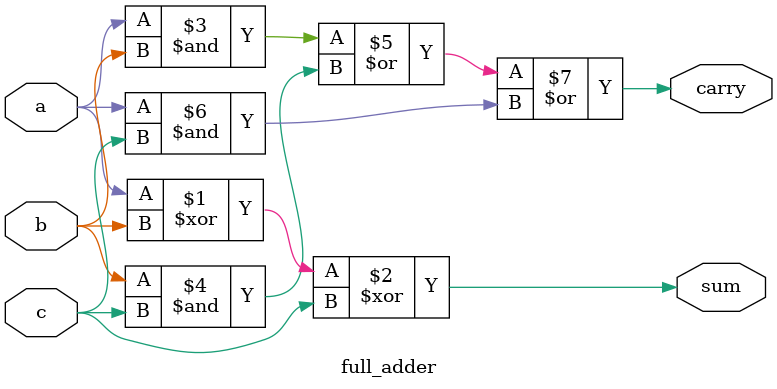
<source format=v>
/*
 * Copyright (c) 2024 Your Name
 * SPDX-License-Identifier: Apache-2.0
 */

`default_nettype none

module tt_um_m4rthaswur1d (
    input  wire [7:0] ui_in,    // Dedicated inputs
    output wire [7:0] uo_out,   // Dedicated outputs
    input  wire [7:0] uio_in,   // IOs: Input path
    output wire [7:0] uio_out,  // IOs: Output path
    output wire [7:0] uio_oe,   // IOs: Enable path (active high: 0=input, 1=output)
    input  wire       ena,      // always 1 when the design is powered, so you can ignore it
    input  wire       clk,      // clock
    input  wire       rst_n     // reset_n - low to reset
);

  // All output pins must be assigned. If not used, assign to 0.
    wire [3:0] m = ui_in[7:4]; 
    wire [3:0] q = ui_in[3:0];
    wire [7:0] p; 
wire int_sig2, int_sig3, int_sig4, int_sig5, int_sig6, int_sig7, int_sig8, int_sig9, 
int_sig10, int_sig11, int_sig12, int_sig13, int_sig14, int_sig15, int_sig16, int_sig_out1 ,int_sig_out2, int_sig_out3, 
int_sig_out4, int_sig_out5, int_sig_out6 ;

wire carryout1, carryout2, carryout3, carryout4, carryout5, carryout6, carryout7, carryout8, carryout9,
carryout10, carryout11;

assign p[0] = m[0] & q[0];
assign int_sig2 = m[1] & q[0];
assign int_sig3 = m[2] & q[0];
assign int_sig4 = m[3] & q[0];
assign int_sig5 = m[0] & q[1];
assign int_sig6 = m[1] & q[1];
assign int_sig7 = m[2] & q[1];
assign int_sig8 = m[3] & q[1];

assign int_sig9 = m[0] & q[2];
assign int_sig10 = m[1] & q[2];
assign int_sig11 = m[2] & q[2];
assign int_sig12 = m[3] & q[2];

assign int_sig13 = m[0] & q[3];
assign int_sig14 = m[1] & q[3];
assign int_sig15 = m[2] & q[3];
assign int_sig16 = m[3] & q[3];

full_adder inst1 (int_sig2, int_sig5, 1'b0, carryout1, p[1]);
full_adder inst2 (int_sig3, int_sig6, carryout1, carryout2, int_sig_out1);
full_adder inst3 (int_sig4, int_sig7, carryout2, carryout3, int_sig_out2);
full_adder inst4 (1'b0, int_sig8, carryout3, carryout4, int_sig_out3);

full_adder inst5 (int_sig_out1, int_sig9, 1'b0, carryout5, p[2]);
full_adder inst6 (int_sig_out2, int_sig10, carryout5, carryout6, int_sig_out4);
full_adder inst7 (int_sig_out3, int_sig11, carryout3, carryout7, int_sig_out5);
full_adder inst8 (carryout4, int_sig12, carryout7, carryout8, int_sig_out6);

full_adder inst9 (int_sig_out4, int_sig13, 1'b0, carryout9, p[3]);
full_adder inst10 (int_sig_out5, int_sig14, carryout9, carryout10, p[4]);
full_adder inst11 (int_sig_out6, int_sig15, carryout10, carryout11, p[5]);
full_adder inst12 (carryout8, int_sig16, carryout11, p[7], p[6]);
  assign uio_out = 0;
  assign uio_oe  = 0;
    assign uo_out = p; 

  // List all unused inputs to prevent warnings
    wire _unused = &{ena, clk, uio_in, rst_n, 1'b0};

endmodule

module full_adder(
    input a, 
    input b,
    input c,
    output carry,
    output sum
    );
    
assign sum = a ^ b ^ c; 
assign carry  = (a&b) | (b&c) | (a&c) ;


endmodule

</source>
